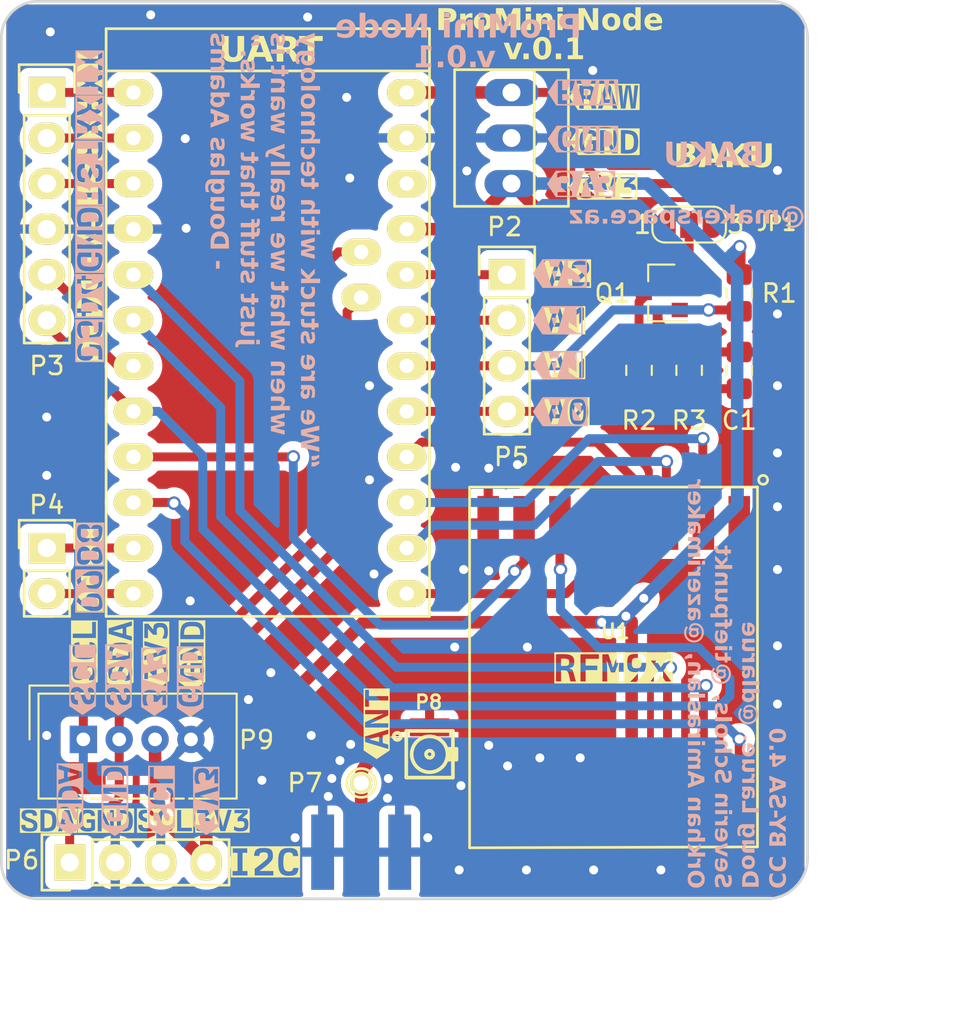
<source format=kicad_pcb>
(kicad_pcb (version 20240108) (generator "pcbnew") (generator_version "8.0")
  (layers (0 "F.Cu" signal) (31 "B.Cu" signal) (34 "B.Paste" user) (35 "F.Paste" user) (36 "B.SilkS" user "B.Silkscreen") (37 "F.SilkS" user "F.Silkscreen") (38 "B.Mask" user) (39 "F.Mask" user) (44 "Edge.Cuts" user))
  (net 0 "")
  (net 1 "GND")
  (net 2 "MISO")
  (net 3 "MOSI")
  (net 4 "CLK")
  (net 5 "D10")
  (net 6 "Net-(JP1-C)")
  (net 7 "D6")
  (net 8 "Net-(Q1-D)")
  (net 10 "+3V3")
  (net 11 "D4")
  (net 12 "D5")
  (net 13 "D7")
  (net 15 "Ant")
  (net 16 "TX0")
  (net 17 "RX1")
  (net 18 "RESET")
  (net 19 "D2")
  (net 20 "D3")
  (net 21 "D8")
  (net 22 "D9")
  (net 23 "A0")
  (net 24 "A1")
  (net 25 "A2")
  (net 26 "A3")
  (net 27 "SDA")
  (net 28 "SCL")
  (net 30 "VCC")
  (footprint "mysensors_connectors:SMA_EDGE" (layer "F.Cu") (at 161.036 149.352)
    (property "Reference" "P1" (hide yes))
    (property "Value" "Ant_SMA" (hide yes))
    (pad "1" smd rect (at 0 -1.8415) (size 1.27 3.683) (layers "F.Cu" "F.Paste" "F.Mask") (net 15 "Ant"))
    (pad "2" smd rect (at -2.1463 -2.0955) (size 1.27 4.191) (layers "F.Cu" "F.Paste" "F.Mask") (net 1 "GND"))
    (pad "2" smd rect (at -2.1463 -2.0955) (size 1.27 4.191) (layers "B.Cu" "B.Paste" "B.Mask") (net 1 "GND"))
    (pad "2" smd rect (at 2.1463 -2.0955) (size 1.27 4.191) (layers "F.Cu" "F.Paste" "F.Mask") (net 1 "GND"))
    (pad "2" smd rect (at 2.1463 -2.0955) (size 1.27 4.191) (layers "B.Cu" "B.Paste" "B.Mask") (net 1 "GND"))
  )
  (footprint "Connect:PINHEAD1-3" (layer "F.Cu") (at 169.418 107.442 -90)
    (property "Reference" "P2" (at 4.953 0.381 0) (layer "F.SilkS"))
    (property "Value" "Power Input")
    (pad "1" thru_hole oval (at -2.54 0 270) (size 1.50622 3.01498) (drill 0.99822) (layers "*.Cu" "*.Mask") (net 30 "VCC"))
    (pad "2" thru_hole oval (at 0 0 270) (size 1.50622 3.01498) (drill 0.99822) (layers "*.Cu" "*.Mask") (net 1 "GND"))
    (pad "3" thru_hole oval (at 2.54 0 270) (size 1.50622 3.01498) (drill 0.99822) (layers "*.Cu" "*.Mask") (net 10 "+3V3"))
  )
  (footprint "Pin_Headers:Pin_Header_Straight_1x06" (layer "F.Cu") (at 143.51 104.902)
    (property "Reference" "P3" (at 0 15.24 0) (layer "F.SilkS"))
    (property "Value" "CONN_1" (hide yes))
    (pad "1" thru_hole rect (at 0 0) (size 2.032 1.7272) (drill 1.016) (layers "*.Cu" "*.Mask" "F.SilkS") (net 16 "TX0"))
    (pad "2" thru_hole oval (at 0 2.54) (size 2.032 1.7272) (drill 1.016) (layers "*.Cu" "*.Mask" "F.SilkS") (net 17 "RX1"))
    (pad "3" thru_hole oval (at 0 5.08) (size 2.032 1.7272) (drill 1.016) (layers "*.Cu" "*.Mask" "F.SilkS") (net 18 "RESET"))
    (pad "4" thru_hole oval (at 0 7.62) (size 2.032 1.7272) (drill 1.016) (layers "*.Cu" "*.Mask" "F.SilkS") (net 1 "GND"))
    (pad "5" thru_hole oval (at 0 10.16) (size 2.032 1.7272) (drill 1.016) (layers "*.Cu" "*.Mask" "F.SilkS") (net 11 "D4"))
    (pad "6" thru_hole oval (at 0 12.7) (size 2.032 1.7272) (drill 1.016) (layers "*.Cu" "*.Mask" "F.SilkS") (net 12 "D5"))
  )
  (footprint "Pin_Headers:Pin_Header_Straight_1x02" (layer "F.Cu") (at 143.51 130.302)
    (property "Reference" "P4" (at -0.01 -2.402 0) (layer "F.SilkS"))
    (property "Value" "CONN_2" (hide yes))
    (pad "1" thru_hole rect (at 0 0) (size 2.032 1.7) (drill 1.016) (layers "*.Cu" "*.Mask" "F.SilkS") (net 21 "D8"))
    (pad "2" thru_hole oval (at 0 2.54) (size 2.032 1.7) (drill 1.016) (layers "*.Cu" "*.Mask" "F.SilkS") (net 22 "D9"))
  )
  (footprint "Pin_Headers:Pin_Header_Straight_1x04" (layer "F.Cu") (at 169.164 115.062)
    (property "Reference" "P5" (at 0.254 10.16 0) (layer "F.SilkS"))
    (property "Value" "CONN_3" (hide yes))
    (pad "1" thru_hole rect (at 0 0) (size 2.032 1.7272) (drill 1.016) (layers "*.Cu" "*.Mask" "F.SilkS") (net 26 "A3"))
    (pad "2" thru_hole oval (at 0 2.54) (size 2.032 1.7272) (drill 1.016) (layers "*.Cu" "*.Mask" "F.SilkS") (net 25 "A2"))
    (pad "3" thru_hole oval (at 0 5.08) (size 2.032 1.7272) (drill 1.016) (layers "*.Cu" "*.Mask" "F.SilkS") (net 24 "A1"))
    (pad "4" thru_hole oval (at 0 7.62) (size 2.032 1.7272) (drill 1.016) (layers "*.Cu" "*.Mask" "F.SilkS") (net 23 "A0"))
  )
  (footprint "Pin_Headers:Pin_Header_Straight_1x04" (layer "F.Cu") (at 144.78 147.828 90)
    (property "Reference" "P6" (at 0.128 -2.68 180) (layer "F.SilkS"))
    (property "Value" "CONN_4" (hide yes))
    (pad "1" thru_hole rect (at 0 0 90) (size 2.032 1.7272) (drill 1.016) (layers "*.Cu" "*.Mask" "F.SilkS") (net 27 "SDA"))
    (pad "2" thru_hole oval (at 0 2.54 90) (size 2.032 1.7272) (drill 1.016) (layers "*.Cu" "*.Mask" "F.SilkS") (net 1 "GND"))
    (pad "3" thru_hole oval (at 0 5.08 90) (size 2.032 1.7272) (drill 1.016) (layers "*.Cu" "*.Mask" "F.SilkS") (net 28 "SCL"))
    (pad "4" thru_hole oval (at 0 7.62 90) (size 2.032 1.7272) (drill 1.016) (layers "*.Cu" "*.Mask" "F.SilkS") (net 10 "+3V3"))
  )
  (footprint "mysensors_arduino:pro_mini-26" (layer "F.Cu") (at 155.956 118.872 -90)
    (property "Reference" "uP1" (hide yes))
    (property "Value" "ARDUPROMINI-6-2" (hide yes))
    (pad "1" thru_hole oval (at -13.97 7.62 270) (size 1.50114 2.19964) (drill 0.8001) (layers "*.Cu" "*.Mask" "F.SilkS") (net 16 "TX0"))
    (pad "2" thru_hole oval (at -11.43 7.62 270) (size 1.50114 2.19964) (drill 0.8001) (layers "*.Cu" "*.Mask" "F.SilkS") (net 17 "RX1"))
    (pad "3" thru_hole oval (at -8.89 7.62 270) (size 1.50114 2.19964) (drill 0.8001) (layers "*.Cu" "*.Mask" "F.SilkS") (net 18 "RESET"))
    (pad "4" thru_hole oval (at -6.35 7.62 270) (size 1.50114 2.19964) (drill 0.8001) (layers "*.Cu" "*.Mask" "F.SilkS") (net 1 "GND"))
    (pad "5" thru_hole oval (at -3.81 7.62 270) (size 1.50114 2.19964) (drill 0.8001) (layers "*.Cu" "*.Mask" "F.SilkS") (net 19 "D2"))
    (pad "6" thru_hole oval (at -1.27 7.62 270) (size 1.50114 2.19964) (drill 0.8001) (layers "*.Cu" "*.Mask" "F.SilkS") (net 20 "D3"))
    (pad "7" thru_hole oval (at 1.27 7.62 270) (size 1.50114 2.19964) (drill 0.8001) (layers "*.Cu" "*.Mask" "F.SilkS") (net 11 "D4"))
    (pad "8" thru_hole oval (at 3.81 7.62 270) (size 1.50114 2.19964) (drill 0.8001) (layers "*.Cu" "*.Mask" "F.SilkS") (net 12 "D5"))
    (pad "9" thru_hole oval (at 6.35 7.62 270) (size 1.50114 2.19964) (drill 0.8001) (layers "*.Cu" "*.Mask" "F.SilkS") (net 7 "D6"))
    (pad "10" thru_hole oval (at 8.89 7.62 270) (size 1.50114 2.19964) (drill 0.8001) (layers "*.Cu" "*.Mask" "F.SilkS") (net 13 "D7"))
    (pad "11" thru_hole oval (at 11.43 7.62 270) (size 1.50114 2.19964) (drill 0.8001) (layers "*.Cu" "*.Mask" "F.SilkS") (net 21 "D8"))
    (pad "12" thru_hole oval (at 13.97 7.62 270) (size 1.50114 2.19964) (drill 0.8001) (layers "*.Cu" "*.Mask" "F.SilkS") (net 22 "D9"))
    (pad "13" thru_hole oval (at 13.97 -7.62 270) (size 1.50114 2.19964) (drill 0.8001) (layers "*.Cu" "*.Mask" "F.SilkS") (net 5 "D10"))
    (pad "14" thru_hole oval (at 11.43 -7.62 270) (size 1.50114 2.19964) (drill 0.8001) (layers "*.Cu" "*.Mask" "F.SilkS") (net 3 "MOSI"))
    (pad "15" thru_hole oval (at 8.89 -7.62 270) (size 1.50114 2.19964) (drill 0.8001) (layers "*.Cu" "*.Mask" "F.SilkS") (net 2 "MISO"))
    (pad "16" thru_hole oval (at 6.35 -7.62 270) (size 1.50114 2.19964) (drill 0.8001) (layers "*.Cu" "*.Mask" "F.SilkS") (net 4 "CLK"))
    (pad "17" thru_hole oval (at 3.81 -7.62 270) (size 1.50114 2.19964) (drill 0.8001) (layers "*.Cu" "*.Mask" "F.SilkS") (net 23 "A0"))
    (pad "18" thru_hole oval (at 1.27 -7.62 270) (size 1.50114 2.19964) (drill 0.8001) (layers "*.Cu" "*.Mask" "F.SilkS") (net 24 "A1"))
    (pad "19" thru_hole oval (at -1.27 -7.62 270) (size 1.50114 2.19964) (drill 0.8001) (layers "*.Cu" "*.Mask" "F.SilkS") (net 25 "A2"))
    (pad "20" thru_hole oval (at -3.81 -7.62 270) (size 1.50114 2.19964) (drill 0.8001) (layers "*.Cu" "*.Mask" "F.SilkS") (net 26 "A3"))
    (pad "21" thru_hole oval (at -6.35 -7.62 270) (size 1.50114 2.19964) (drill 0.8001) (layers "*.Cu" "*.Mask" "F.SilkS") (net 10 "+3V3"))
    (pad "22" thru_hole oval (at -8.89 -7.62 270) (size 1.50114 2.19964) (drill 0.8001) (layers "*.Cu" "*.Mask" "F.SilkS"))
    (pad "23" thru_hole oval (at -11.43 -7.62 270) (size 1.50114 2.19964) (drill 0.8001) (layers "*.Cu" "*.Mask" "F.SilkS") (net 1 "GND"))
    (pad "24" thru_hole oval (at -13.97 -7.62 270) (size 1.50114 2.19964) (drill 0.8001) (layers "*.Cu" "*.Mask" "F.SilkS") (net 30 "VCC"))
    (pad "25" thru_hole oval (at -2.54 -5.08 270) (size 1.50114 2.19964) (drill 0.8001) (layers "*.Cu" "*.Mask" "F.SilkS") (net 27 "SDA"))
    (pad "26" thru_hole oval (at -5.08 -5.08 270) (size 1.50114 2.19964) (drill 0.8001) (layers "*.Cu" "*.Mask" "F.SilkS") (net 28 "SCL"))
  )
  (footprint "Connect:PINTST" (layer "F.Cu") (at 161.036 143.4 90)
    (property "Reference" "P7" (at 0 -3.136 180) (layer "F.SilkS"))
    (property "Value" "Ant")
    (pad "1" thru_hole circle (at 0 0 90) (size 1.253 1.253) (drill 0.85) (layers "*.Cu" "*.Mask" "F.SilkS") (net 15 "Ant"))
  )
  (footprint "antenna parts:U.FL-COAX" (layer "F.Cu") (at 164.85 141.8)
    (property "Reference" "P8" (at -0.05 -2.9 0) (layer "F.SilkS") (effects (font (size 0.762 0.762) (thickness 0.1524))))
    (property "Value" "Ant_uFL" (hide yes))
    (pad "1" smd rect (at -1.5 0) (size 1 1) (layers "F.Cu" "F.Paste" "F.Mask") (net 15 "Ant"))
    (pad "2" smd rect (at 0 -1.5) (size 2.2 1) (layers "F.Cu" "F.Paste" "F.Mask") (net 1 "GND"))
    (pad "3" smd rect (at 0 1.5) (size 2.2 1) (layers "F.Cu" "F.Paste" "F.Mask") (net 1 "GND"))
  )
  (footprint "Connector:NS-Tech_Grove_1x04_P2mm_Vertical" (layer "F.Cu") (at 145.542 140.97 90)
    (property "Reference" "P9" (at -0.03 9.658 180) (layer "F.SilkS"))
    (property "Value" "CONN_4" (hide yes))
    (pad "1" thru_hole rect (at 0 0 90) (size 1.524 1.524) (drill 0.762) (layers "*.Cu" "*.Mask") (net 28 "SCL"))
    (pad "2" thru_hole circle (at 0 2 90) (size 1.524 1.524) (drill 0.762) (layers "*.Cu" "*.Mask") (net 27 "SDA"))
    (pad "3" thru_hole circle (at 0 4 90) (size 1.524 1.524) (drill 0.762) (layers "*.Cu" "*.Mask") (net 10 "+3V3"))
    (pad "4" thru_hole circle (at 0 6 90) (size 1.524 1.524) (drill 0.762) (layers "*.Cu" "*.Mask") (net 1 "GND"))
  )
  (footprint "Capacitor_SMD:C_0805_2012Metric_Pad1.15x1.40mm_HandSolder" (layer "F.Cu") (at 182.118 120.396 90)
    (property "Reference" "C1" (at -2.794 0 180) (layer "F.SilkS"))
    (property "Value" "100nF" (hide yes))
    (pad "1" smd roundrect (at -1.025 0 90) (size 1.15 1.4) (layers "F.Cu" "F.Paste" "F.Mask") (roundrect_rratio 0.2173913043) (net 23 "A0"))
    (pad "2" smd roundrect (at 1.025 0 90) (size 1.15 1.4) (layers "F.Cu" "F.Paste" "F.Mask") (roundrect_rratio 0.2173913043) (net 1 "GND"))
  )
  (footprint "Jumper:SolderJumper-3_P1.3mm_Open_RoundedPad1.0x1.5mm_NumberLabels" (layer "F.Cu") (at 179.324 112.268)
    (property "Reference" "JP1" (at 4.876 -0.068 0) (layer "F.SilkS") (effects (font (size 0.8 0.8))))
    (property "Value" "Voltage Measurement" (hide yes))
    (fp_text user "3" (at 2.6 0 0) (layer "F.SilkS"))
    (fp_text user "1" (at -2.6 0 0) (layer "F.SilkS"))
    (pad "1" smd custom (at -1.3 0) (size 1 0.5) (layers "F.Cu" "F.Mask") (net 10 "+3V3") (options (clearance outline) (anchor rect)) (primitives (gr_circle (center 0 0.25) (end 0.5 0.25) (width 0) (fill yes)) (gr_circle (center 0 -0.25) (end 0.5 -0.25) (width 0) (fill yes)) (gr_poly (pts (xy 0.55 -0.75) (xy 0 -0.75) (xy 0 0.75) (xy 0.55 0.75)) (width 0) (fill yes))))
    (pad "2" smd rect (at 0 0) (size 1 1.5) (layers "F.Cu" "F.Mask") (net 6 "Net-(JP1-C)"))
    (pad "3" smd custom (at 1.3 0) (size 1 0.5) (layers "F.Cu" "F.Mask") (net 30 "VCC") (options (clearance outline) (anchor rect)) (primitives (gr_circle (center 0 0.25) (end 0.5 0.25) (width 0) (fill yes)) (gr_circle (center 0 -0.25) (end 0.5 -0.25) (width 0) (fill yes)) (gr_poly (pts (xy -0.55 -0.75) (xy 0 -0.75) (xy 0 0.75) (xy -0.55 0.75)) (width 0) (fill yes))))
  )
  (footprint "Package_TO_SOT_SMD:SOT-23" (layer "F.Cu") (at 177.8 116.078 180)
    (property "Reference" "Q1" (at 2.75 -0.022 180) (layer "F.SilkS"))
    (property "Value" "BSS84" (hide yes))
    (pad "1" smd rect (at -1 -0.95 180) (size 0.9 0.8) (layers "F.Cu" "F.Paste" "F.Mask") (net 24 "A1"))
    (pad "2" smd rect (at -1 0.95 180) (size 0.9 0.8) (layers "F.Cu" "F.Paste" "F.Mask") (net 6 "Net-(JP1-C)"))
    (pad "3" smd rect (at 1 0 180) (size 0.9 0.8) (layers "F.Cu" "F.Paste" "F.Mask") (net 8 "Net-(Q1-D)"))
  )
  (footprint "Resistor_SMD:R_0805_2012Metric_Pad1.15x1.40mm_HandSolder" (layer "F.Cu") (at 182.118 116.078 -90)
    (property "Reference" "R1" (at 0.022 -2.232 0) (layer "F.SilkS"))
    (property "Value" "100K" (hide yes))
    (pad "1" smd roundrect (at -1.025 0 270) (size 1.15 1.4) (layers "F.Cu" "F.Paste" "F.Mask") (roundrect_rratio 0.2173913043) (net 10 "+3V3"))
    (pad "2" smd roundrect (at 1.025 0 270) (size 1.15 1.4) (layers "F.Cu" "F.Paste" "F.Mask") (roundrect_rratio 0.2173913043) (net 24 "A1"))
  )
  (footprint "Resistor_SMD:R_0805_2012Metric_Pad1.15x1.40mm_HandSolder" (layer "F.Cu") (at 179.324 120.396 90)
    (property "Reference" "R3" (at -2.794 0 180) (layer "F.SilkS"))
    (property "Value" "100K" (hide yes))
    (pad "1" smd roundrect (at -1.025 0 90) (size 1.15 1.4) (layers "F.Cu" "F.Paste" "F.Mask") (roundrect_rratio 0.2173913043) (net 23 "A0"))
    (pad "2" smd roundrect (at 1.025 0 90) (size 1.15 1.4) (layers "F.Cu" "F.Paste" "F.Mask") (roundrect_rratio 0.2173913043) (net 1 "GND"))
  )
  (footprint "Resistor_SMD:R_0805_2012Metric_Pad1.15x1.40mm_HandSolder" (layer "F.Cu") (at 176.53 120.396 -90)
    (property "Reference" "R2" (at 2.794 0 0) (layer "F.SilkS"))
    (property "Value" "470K" (hide yes))
    (pad "1" smd roundrect (at -1.025 0 270) (size 1.15 1.4) (layers "F.Cu" "F.Paste" "F.Mask") (roundrect_rratio 0.2173913043) (net 8 "Net-(Q1-D)"))
    (pad "2" smd roundrect (at 1.025 0 270) (size 1.15 1.4) (layers "F.Cu" "F.Paste" "F.Mask") (roundrect_rratio 0.2173913043) (net 23 "A0"))
  )
  (footprint "mysensors_radios:RFM69HW_SMD_Handsoldering-Narrow" (layer "F.Cu") (at 182.118 130.302 -90)
    (property "Reference" "U1" (at 4.648 6.918 360) (layer "F.SilkS") (effects (font (size 0.8 0.8) (thickness 0.16))))
    (property "Value" "RFM95HW" (hide yes))
    (pad "1" smd rect (at -1.4 0 270) (size 3 1.2) (layers "F.Cu" "F.Paste" "F.Mask") (net 1 "GND"))
    (pad "2" smd rect (at -1.4 2 270) (size 3 1.2) (layers "F.Cu" "F.Paste" "F.Mask") (net 2 "MISO"))
    (pad "3" smd rect (at -1.4 4 270) (size 3 1.2) (layers "F.Cu" "F.Paste" "F.Mask") (net 3 "MOSI"))
    (pad "4" smd rect (at -1.4 6 270) (size 3 1.2) (layers "F.Cu" "F.Paste" "F.Mask") (net 4 "CLK"))
    (pad "5" smd rect (at -1.4 8 270) (size 3 1.2) (layers "F.Cu" "F.Paste" "F.Mask") (net 5 "D10"))
    (pad "6" smd rect (at -1.4 10 270) (size 3 1.2) (layers "F.Cu" "F.Paste" "F.Mask") (net 12 "D5"))
    (pad "7" smd rect (at -1.4 12 270) (size 3 1.2) (layers "F.Cu" "F.Paste" "F.Mask") (net 7 "D6"))
    (pad "8" smd rect (at -1.4 14 270) (size 3 1.2) (layers "F.Cu" "F.Paste" "F.Mask") (net 1 "GND"))
    (pad "9" smd rect (at 14.6932 14 270) (size 3 1.2) (layers "F.Cu" "F.Paste" "F.Mask") (net 15 "Ant"))
    (pad "10" smd rect (at 14.6932 12 270) (size 3 1.2) (layers "F.Cu" "F.Paste" "F.Mask") (net 1 "GND"))
    (pad "11" smd rect (at 14.6932 10 270) (size 3 1.2) (layers "F.Cu" "F.Paste" "F.Mask"))
    (pad "12" smd rect (at 14.6932 8 270) (size 3 1.2) (layers "F.Cu" "F.Paste" "F.Mask"))
    (pad "13" smd rect (at 14.6932 6 270) (size 3 1.2) (layers "F.Cu" "F.Paste" "F.Mask") (net 10 "+3V3"))
    (pad "14" smd rect (at 14.6932 4 270) (size 3 1.2) (layers "F.Cu" "F.Paste" "F.Mask") (net 19 "D2"))
    (pad "15" smd rect (at 14.6932 2 270) (size 3 1.2) (layers "F.Cu" "F.Paste" "F.Mask") (net 20 "D3"))
    (pad "16" smd rect (at 14.6932 0 270) (size 3 1.2) (layers "F.Cu" "F.Paste" "F.Mask") (net 13 "D7"))
  )
  (footprint "kibuzzard-65F177D8" (layer "F.Cu") (at 146.8 145.5)
    (property "Reference" "kibuzzard-65F177D8" (hide yes))
    (property "Value" "G***" (hide yes))
  )
  (footprint "kibuzzard-65F1798D" (layer "F.Cu") (at 145.9 109.4 -90)
    (property "Reference" "kibuzzard-65F1798D" (hide yes))
    (property "Value" "G***" (hide yes))
  )
  (footprint "kibuzzard-65F179D4" (layer "F.Cu") (at 145.9 132.7 -90)
    (property "Reference" "kibuzzard-65F179D4" (hide yes))
    (property "Value" "G***" (hide yes))
  )
  (footprint "kibuzzard-65F17AF2" (layer "F.Cu") (at 161.9 140.1 90)
    (property "Reference" "kibuzzard-65F17AF2" (hide yes))
    (property "Value" "G***" (hide yes))
  )
  (footprint "kibuzzard-65F1790B" (layer "F.Cu") (at 172.15 120.1)
    (property "Reference" "kibuzzard-65F1790B" (hide yes))
    (property "Value" "G***" (hide yes))
  )
  (footprint "kibuzzard-65F17750" (layer "F.Cu") (at 147.6 136.3 90)
    (property "Reference" "kibuzzard-65F17750" (hide yes))
    (property "Value" "G***" (hide yes))
  )
  (footprint "kibuzzard-65F19064" (layer "F.Cu") (at 145.9 118.75 -90)
    (property "Reference" "kibuzzard-65F19064" (hide yes))
    (property "Value" "G***" (hide yes))
  )
  (footprint "kibuzzard-65F179F3" (layer "F.Cu") (at 175.1076 136.9822)
    (property "Reference" "kibuzzard-65F179F3" (hide yes))
    (property "Value" "G***" (hide yes))
  )
  (footprint "kibuzzard-65F179CC" (layer "F.Cu") (at 145.9 130.1 -90)
    (property "Reference" "kibuzzard-65F179CC" (hide yes))
    (property "Value" "G***" (hide yes))
  )
  (footprint "kibuzzard-65F17986" (layer "F.Cu") (at 145.9 106.3 -90)
    (property "Reference" "kibuzzard-65F17986" (hide yes))
    (property "Value" "G***" (hide yes))
  )
  (footprint "kibuzzard-65F17742" (layer "F.Cu") (at 151.6 136.3 90)
    (property "Reference" "kibuzzard-65F17742" (hide yes))
    (property "Value" "G***" (hide yes))
  )
  (footprint "kibuzzard-65F1795B" (layer "F.Cu") (at 145.9 113.1 -90)
    (property "Reference" "kibuzzard-65F1795B" (hide yes))
    (property "Value" "G***" (hide yes))
  )
  (footprint "kibuzzard-65F177CA" (layer "F.Cu") (at 155.7 147.8)
    (property "Reference" "kibuzzard-65F177CA" (hide yes))
    (property "Value" "G***" (hide yes))
  )
  (footprint "kibuzzard-65F17904" (layer "F.Cu") (at 172.15 117.6)
    (property "Reference" "kibuzzard-65F17904" (hide yes))
    (property "Value" "G***" (hide yes))
  )
  (footprint "kibuzzard-65F17749" (layer "F.Cu") (at 149.6 136.3 90)
    (property "Reference" "kibuzzard-65F17749" (hide yes))
    (property "Value" "G***" (hide yes))
  )
  (footprint "kibuzzard-65F18E88" (layer "F.Cu") (at 174.6 107.65)
    (property "Reference" "kibuzzard-65F18E88" (hide yes))
    (property "Value" "G***" (hide yes))
  )
  (footprint "kibuzzard-65F17769" (layer "F.Cu") (at 150.1 145.5)
    (property "Reference" "kibuzzard-65F17769" (hide yes))
    (property "Value" "G***" (hide yes))
  )
  (footprint "kibuzzard-65F17718" (layer "F.Cu") (at 145.6 136.3 90)
    (property "Reference" "kibuzzard-65F17718" (hide yes))
    (property "Value" "G***" (hide yes))
  )
  (footprint "kibuzzard-65F17980" (layer "F.Cu") (at 145.9 103.8 -90)
    (property "Reference" "kibuzzard-65F17980" (hide yes))
    (property "Value" "G***" (hide yes))
  )
  (footprint "kibuzzard-65F1905D" (layer "F.Cu") (at 145.9 116.25 -90)
    (property "Reference" "kibuzzard-65F1905D" (hide yes))
    (property "Value" "G***" (hide yes))
  )
  (footprint "kibuzzard-65F177EF" (layer "F.Cu") (at 153.3 145.5)
    (property "Reference" "kibuzzard-65F177EF" (hide yes))
    (property "Value" "G***" (hide yes))
  )
  (footprint "kibuzzard-65F18E79" (layer "F.Cu") (at 174.598095 105.15)
    (property "Reference" "kibuzzard-65F18E79" (hide yes))
    (property "Value" "G***" (hide yes))
  )
  (footprint "kibuzzard-65F178FE" (layer "F.Cu") (at 172.35 115)
    (property "Reference" "kibuzzard-65F178FE" (hide yes))
    (property "Value" "G***" (hide yes))
  )
  (footprint "kibuzzard-65F17BC9" (layer "F.Cu") (at 143.6 145.5)
    (property "Reference" "kibuzzard-65F17BC9" (hide yes))
    (property "Value" "G***" (hide yes))
  )
  (footprint "kibuzzard-65F17911" (layer "F.Cu") (at 172.25 122.7)
    (property "Reference" "kibuzzard-65F17911" (hide yes))
    (property "Value" "G***" (hide yes))
  )
  (footprint "kibuzzard-65F18E91" (layer "F.Cu") (at 174.53777 110.15)
    (property "Reference" "kibuzzard-65F18E91" (hide yes))
    (property "Value" "G***" (hide yes))
  )
  (footprint "kibuzzard-65F17980" (layer "B.Cu") (at 145.9 103.8 90)
    (property "Reference" "kibuzzard-65F17980" (hide yes))
    (property "Value" "G***" (hide yes))
  )
  (footprint "kibuzzard-65F17986" (layer "B.Cu") (at 145.9 106.3 90)
    (property "Reference" "kibuzzard-65F17986" (hide yes))
    (property "Value" "G***" (hide yes))
  )
  (footprint "kibuzzard-65F17749" (layer "B.Cu") (at 152.4 144.4 90)
    (property "Reference" "kibuzzard-65F17749" (hide yes))
    (property "Value" "G***" (hide yes))
  )
  (footprint "kibuzzard-65F18E91" (layer "B.Cu") (at 173.3 110)
    (property "Reference" "kibuzzard-65F18E91" (hide yes))
    (property "Value" "G***" (hide yes))
  )
  (footprint "kibuzzard-65F1790B" (layer "B.Cu") (at 172 120.1)
    (property "Reference" "kibuzzard-65F1790B" (hide yes))
    (property "Value" "G***" (hide yes))
  )
  (footprint "kibuzzard-65F17742" (layer "B.Cu") (at 151.5 137.75 90)
    (property "Reference" "kibuzzard-65F17742" (hide yes))
    (property "Value" "G***" (hide yes))
  )
  (footprint "kibuzzard-65F1795B" (layer "B.Cu") (at 145.9 113.1 90)
    (property "Reference" "kibuzzard-65F1795B" (hide yes))
    (property "Value" "G***" (hide yes))
  )
  (footprint "kibuzzard-65F17718" (layer "B.Cu") (at 149.9 144.4 90)
    (property "Reference" "kibuzzard-65F17718" (hide yes))
    (property "Value" "G***" (hide yes))
  )
  (footprint "kibuzzard-65F19064" (layer "B.Cu") (at 145.9 118.75 90)
    (property "Reference" "kibuzzard-65F19064" (hide yes))
    (property "Value" "G***" (hide yes))
  )
  (footprint "kibuzzard-65F17718" (layer "B.Cu") (at 145.5 137.65 90)
    (property "Reference" "kibuzzard-65F17718" (hide yes))
    (property "Value" "G***" (hide yes))
  )
  (footprint "kibuzzard-65F17750" (layer "B.Cu") (at 147.5 137.65 90)
    (property "Reference" "kibuzzard-65F17750" (hide yes))
    (property "Value" "G***" (hide yes))
  )
  (footprint "kibuzzard-65F179D4" (layer "B.Cu") (at 145.9 132.7 90)
    (property "Reference" "kibuzzard-65F179D4" (hide yes))
    (property "Value" "G***" (hide yes))
  )
  (footprint "kibuzzard-65F17742" (layer "B.Cu") (at 147.3 144.4 90)
    (property "Reference" "kibuzzard-65F17742" (hide yes))
    (property "Value" "G***" (hide yes))
  )
  (footprint "kibuzzard-65F178FE" (layer "B.Cu") (at 172.116946 115)
    (property "Reference" "kibuzzard-65F178FE" (hide yes))
    (property "Value" "G***" (hide yes))
  )
  (footprint "kibuzzard-65F17904" (layer "B.Cu") (at 172 117.6)
    (property "Reference" "kibuzzard-65F17904" (hide yes))
    (property "Value" "G***" (hide yes))
  )
  (footprint "kibuzzard-65F179CC" (layer "B.Cu") (at 145.9 130.1 90)
    (property "Reference" "kibuzzard-65F179CC" (hide yes))
    (property "Value" "G***" (hide yes))
  )
  (footprint "kibuzzard-65F1905D" (layer "B.Cu") (at 145.9 116.25 90)
    (property "Reference" "kibuzzard-65F1905D" (hide yes))
    (property "Value" "G***" (hide yes))
  )
  (footprint "kibuzzard-65F1798D" (layer "B.Cu") (at 145.9 109.4 90)
    (property "Reference" "kibuzzard-65F1798D" (hide yes))
    (property "Value" "G***" (hide yes))
  )
  (footprint "kibuzzard-65F17749" (layer "B.Cu") (at 149.5 137.75 90)
    (property "Reference" "kibuzzard-65F17749" (hide yes))
    (property "Value" "G***" (hide yes))
  )
  (footprint "kibuzzard-65F18E79" (layer "B.Cu") (at 173.4 104.9)
    (property "Reference" "kibuzzard-65F18E79" (hide yes))
    (property "Value" "G***" (hide yes))
  )
  (footprint "kibuzzard-65F17750" (layer "B.Cu") (at 144.8 144.3 90)
    (property "Reference" "kibuzzard-65F17750" (hide yes))
    (property "Value" "G***" (hide yes))
  )
  (footprint "kibuzzard-65F17911" (layer "B.Cu") (at 172.134832 122.7)
    (property "Reference" "kibuzzard-65F17911" (hide yes))
    (property "Value" "G***" (hide yes))
  )
  (footprint "kibuzzard-65F18E88" (layer "B.Cu") (at 173.4 107.5)
    (property "Reference" "kibuzzard-65F18E88" (hide yes))
    (property "Value" "G***" (hide yes))
  )
  (gr_line (start 146.9 103.7) (end 164.8 103.7) (stroke (width 0.15)) (layer "F.SilkS"))
  (gr_circle (center 183.45 126.5) (end 183.65 126.65) (stroke (width 0.15)) (fill none) (layer "F.SilkS"))
  (gr_arc (start 143.002 149.86) (mid 141.565159 149.264841) (end 140.97 147.828) (stroke (width 0.15)) (layer "Edge.Cuts"))
  (gr_line (start 143.002 149.86) (end 183.642 149.86) (stroke (width 0.15)) (layer "Edge.Cuts"))
  (gr_arc (start 185.928 147.574) (mid 185.258446 149.190446) (end 183.642 149.86) (stroke (width 0.15)) (layer "Edge.Cuts"))
  (gr_line (start 185.928 101.854) (end 185.928 147.574) (stroke (width 0.15)) (layer "Edge.Cuts"))
  (gr_line (start 143.002 99.822) (end 183.896 99.822) (stroke (width 0.15)) (layer "Edge.Cuts"))
  (gr_arc (start 140.97 101.854) (mid 141.565159 100.417159) (end 143.002 99.822) (stroke (width 0.15)) (layer "Edge.Cuts"))
  (gr_line (start 140.97 147.828) (end 140.97 101.854) (stroke (width 0.15)) (layer "Edge.Cuts"))
  (gr_arc (start 183.896 99.822) (mid 185.332841 100.417159) (end 185.928 101.854) (stroke (width 0.15)) (layer "Edge.Cuts"))
  (gr_text "“We are stuck with technology\nwhen what we really want is\njust stuff that works.”\n- Douglas Adams" (at 155.575 101.55 270) (layer "B.SilkS") (effects (font (size 1 1) (thickness 0.2) (bold yes)) (justify right mirror)))
  (gr_text "@makerspace.az" (at 179.2 111.8 0) (layer "B.SilkS") (effects (font (size 1 1) (thickness 0.2) (bold yes)) (justify mirror)))
  (gr_text "BAKU" (at 177.884107 108.426634 0) (layer "B.SilkS") (effects (font (size 1.3 1.3) (thickness 0.325) (bold yes)) (justify right mirror)))
  (gr_text " v.0.1" (at 166.55 103 0) (layer "B.SilkS") (effects (font (size 1.2 1.2) (thickness 0.3) (bold yes)) (justify mirror)))
  (gr_text "ProMini Node" (at 166.45 101.3 0) (layer "B.SilkS") (effects (font (size 1.3 1.3) (thickness 0.325) (bold yes)) (justify mirror)))
  (gr_text "CC BY-SA 4.0\nDoug Larue, @dlarue\nSeverin Schols, @tiefpunkt\nOrkhan Amiraslan, @azerimaker" (at 181.9 149.3 -90) (layer "B.SilkS") (effects (font (size 0.9 0.9) (thickness 0.2) (bold yes)) (justify left mirror)))
  (gr_text "UART" (at 156 102.6 0) (layer "F.SilkS") (effects (font (size 1.4 1.4) (thickness 0.35) (bold yes))))
  (gr_text "ProMini Node" (at 177.9 100.925 0) (layer "F.SilkS") (effects (font (size 1.2 1.2) (thickness 0.3) (bold yes)) (justify right)))
  (gr_text "v.0.1" (at 173.525 102.55 0) (layer "F.SilkS") (effects (font (size 1.2 1.2) (thickness 0.3) (bold yes)) (justify right)))
  (gr_text "BAKU" (at 184.1 108.525 0) (layer "F.SilkS") (effects (font (size 1.3 1.3) (thickness 0.325) (bold yes)) (justify right)))
  (segment (start 168.118 125.882) (end 168.15 125.85) (width 0.5) (layer "F.Cu") (net 1))
  (segment (start 168.118 128.902) (end 168.118 125.882) (width 0.5) (layer "F.Cu") (net 1))
  (segment (start 168.118 128.902) (end 168.118 131.542) (width 0.5) (layer "F.Cu") (net 1))
  (via (at 160.4 109.675) (size 0.75) (drill 0.5) (layers "F.Cu" "B.Cu") (net 1))
  (via (at 173.25 142) (size 0.75) (drill 0.5) (layers "F.Cu" "B.Cu") (net 1))
  (via (at 158.25 140.75) (size 0.75) (drill 0.5) (layers "F.Cu" "B.Cu") (net 1))
  (via (at 158.05 100.7) (size 0.75) (drill 0.5) (layers "F.Cu" "B.Cu") (net 1))
  (via (at 160.225 105.175) (size 0.75) (drill 0.5) (layers "F.Cu" "B.Cu") (net 1))
  (via (at 162.55 143.15) (size 0.75) (drill 0.5) (layers "F.Cu" "B.Cu") (net 1))
  (via (at 184.25 125) (size 0.75) (drill 0.5) (layers "F.Cu" "B.Cu") (net 1))
  (via (at 166.925 109.275) (size 0.75) (drill 0.5) (layers "F.Cu" "B.Cu") (net 1))
  (via (at 166.75 131.5) (size 0.75) (drill 0.5) (layers "F.Cu" "B.Cu") (net 1))
  (via (at 143.5 123) (size 0.75) (drill 0.5) (layers "F.Cu" "B.Cu") (net 1))
  (via (at 143.5 126.25) (size 0.75) (drill 0.5) (layers "F.Cu" "B.Cu") (net 1))
  (via (at 184.25 121.25) (size 0.75) (drill 0.5) (layers "F.Cu" "B.Cu") (net 1))
  (via (at 160.45 141.25) (size 0.75) (drill 0.5) (layers "F.Cu" "B.Cu") (net 1))
  (via (at 154.75 138.75) (size 0.75) (drill 0.5) (layers "F.Cu" "B.Cu") (net 1))
  (via (at 166.25 135.825) (size 0.75) (drill 0.5) (layers "F.Cu" "B.Cu") (net 1))
  (via (at 171 142) (size 0.75) (drill 0.5) (layers "F.Cu" "B.Cu") (net 1))
  (via (at 164.75 146.45) (size 0.75) (drill 0.5) (layers "F.Cu" "B.Cu") (net 1))
  (via (at 143.7 101.525) (size 0.75) (drill 0.5) (layers "F.Cu" "B.Cu") (net 1))
  (via (at 168.15 125.85) (size 0.75) (drill 0.5) (layers "F.Cu" "B.Cu") (net 1))
  (via (at 155.5 143.25) (size 0.75) (drill 0.5) (layers "F.Cu" "B.Cu") (net 1))
  (via (at 184.25 131.5) (size 0.75) (drill 0.5) (layers "F.Cu" "B.Cu") (net 1))
  (via (at 161.5 126.5) (size 0.75) (drill 0.5) (layers "F.Cu" "B.Cu") (net 1))
  (via (at 184.25 135.75) (size 0.75) (drill 0.5) (layers "F.Cu" "B.Cu") (net 1))
  (via (at 166.6 143.55) (size 0.75) (drill 0.5) (layers "F.Cu" "B.Cu") (net 1))
  (via (at 166.3 125.8) (size 0.75) (drill 0.5) (layers "F.Cu" "B.Cu") (net 1))
  (via (at 162.5 144.25) (size 0.75) (drill 0.5) (layers "F.Cu" "B.Cu") (net 1))
  (via (at 161.75 131.75) (size 0.75) (drill 0.5) (layers "F.Cu" "B.Cu") (net 1))
  (via (at 169.75 125.65) (size 0.75) (drill 0.5) (layers "F.Cu" "B.Cu") (net 1))
  (via (at 170.25 148.25) (size 0.75) (drill 0.5) (layers "F.Cu" "B.Cu") (net 1))
  (via (at 168.15 141.3) (size 0.75) (drill 0.5) (layers "F.Cu" "B.Cu") (net 1))
  (via (at 159.2 144.15) (size 0.75) (drill 0.5) (layers "F.Cu" "B.Cu") (net 1))
  (via (at 184.25 128) (size 0.75) (drill 0.5) (layers "F.Cu" "B.Cu") (net 1))
  (via (at 184.25 139) (size 0.75) (drill 0.5) (layers "F.Cu" "B.Cu") (net 1))
  (via (at 159.4 143.15) (size 0.75) (drill 0.5) (layers "F.Cu" "B.Cu") (net 1))
  (via (at 166.5 148.25) (size 0.75) (drill 0.5) (layers "F.Cu" "B.Cu") (net 1))
  (via (at 169.2 142.45) (size 0.75) (drill 0.5) (layers "F.Cu" "B.Cu") (net 1))
  (via (at 156 137.25) (size 0.75) (drill 0.5) (layers "F.Cu" "B.Cu") (net 1))
  (via (at 143.5 140.75) (size 0.75) (drill 0.5) (layers "F.Cu" "B.Cu") (net 1))
  (via (at 168.148 131.572) (size 0.75) (drill 0.5) (layers "F.Cu" "B.Cu") (net 1))
  (via (at 170.3 135.825) (size 0.75) (drill 0.5) (layers "F.Cu" "B.Cu") (net 1))
  (via (at 184.25 117.25) (size 0.75) (drill 0.5) (layers "F.Cu" "B.Cu") (net 1))
  (via (at 173.95 103.675) (size 0.75) (drill 0.5) (layers "F.Cu" "B.Cu") (net 1))
  (via (at 159.85 142.15) (size 0.75) (drill 0.5) (layers "F.Cu" "B.Cu") (net 1))
  (via (at 184.25 109.25) (size 0.75) (drill 0.5) (layers "F.Cu" "B.Cu") (net 1))
  (via (at 177.75 148.25) (size 0.75) (drill 0.5) (layers "F.Cu" "B.Cu") (net 1))
  (via (at 151.5 133.25) (size 0.75) (drill 0.5) (layers "F.Cu" "B.Cu") (net 1))
  (via (at 151.225 107.475) (size 0.75) (drill 0.5) (layers "F.Cu" "B.Cu") (net 1))
  (via (at 149.3 100.575) (size 0.75) (drill 0.5) (layers "F.Cu" "B.Cu") (net 1))
  (via (at 151.275 112.475) (size 0.75) (drill 0.5) (layers "F.Cu" "B.Cu") (net 1))
  (via (at 157.35 146.45) (size 0.75) (drill 0.5) (layers "F.Cu" "B.Cu") (net 1))
  (via (at 174 148.25) (size 0.75) (drill 0.5) (layers "F.Cu" "B.Cu") (net 1))
  (via (at 161.5 121.25) (size 0.75) (drill 0.5) (layers "F.Cu" "B.Cu") (net 1))
  (segment (start 180.086 124.206) (end 180.086 128.87) (width 0.5) (layer "F.Cu") (net 2))
  (segment (start 180.086 128.87) (end 180.118 128.902) (width 0.5) (layer "F.Cu") (net 2))
  (via (at 180.086 124.206) (size 0.75) (drill 0.5) (layers "F.Cu" "B.Cu") (net 2))
  (segment (start 165.862 127.762) (end 163.576 127.762) (width 0.5) (layer "B.Cu") (net 2))
  (segment (start 165.862 127.762) (end 170.18 127.762) (width 0.5) (layer "B.Cu") (net 2))
  (segment (start 170.18 127.762) (end 173.736 124.206) (width 0.5) (layer "B.Cu") (net 2))
  (segment (start 180.086 124.206) (end 173.736 124.206) (width 0.5) (layer "B.Cu") (net 2))
  (segment (start 178.054 125.476) (end 178.054 128.838) (width 0.5) (layer "F.Cu") (net 3))
  (segment (start 178.054 128.838) (end 178.118 128.902) (width 0.5) (layer "F.Cu") (net 3))
  (via (at 178.054 125.476) (size 0.75) (drill 0.5) (layers "F.Cu" "B.Cu") (net 3))
  (segment (start 163.798 130.302) (end 165.068 129.032) (width 0.5) (layer "B.Cu") (net 3))
  (segment (start 174.244 125.476) (end 178.054 125.476) (width 0.5) (layer "B.Cu") (net 3))
  (segment (start 165.068 129.032) (end 170.688 129.032) (width 0.5) (layer "B.Cu") (net 3))
  (segment (start 170.688 129.032) (end 174.244 125.476) (width 0.5) (layer "B.Cu") (net 3))
  (segment (start 163.576 130.302) (end 163.798 130.302) (width 0.5) (layer "B.Cu") (net 3))
  (segment (start 163.576 125.222) (end 164.398 124.4) (width 0.5) (layer "F.Cu") (net 4))
  (segment (start 164.398 124.4) (end 174.184 124.4) (width 0.5) (layer "F.Cu") (net 4))
  (segment (start 176.118 126.334) (end 176.118 128.902) (width 0.5) (layer "F.Cu") (net 4))
  (segment (start 174.184 124.4) (end 176.118 126.334) (width 0.5) (layer "F.Cu") (net 4))
  (segment (start 172.466 132.842) (end 173.99 131.318) (width 0.5) (layer "F.Cu") (net 5))
  (segment (start 173.99 131.318) (end 173.99 129.03) (width 0.5) (layer "F.Cu") (net 5))
  (segment (start 173.99 129.03) (end 174.118 128.902) (width 0.5) (layer "F.Cu") (net 5))
  (segment (start 163.576 132.842) (end 172.466 132.842) (width 0.5) (layer "F.Cu") (net 5))
  (segment (start 179.324 112.268) (end 179.324 114.604) (width 0.5) (layer "F.Cu") (net 6))
  (segment (start 179.324 114.604) (end 178.8 115.128) (width 0.5) (layer "F.Cu") (net 6))
  (segment (start 170.118 128.902) (end 170.118 131.082) (width 0.5) (layer "F.Cu") (net 7))
  (segment (start 170.118 131.082) (end 169.6 131.6) (width 0.5) (layer "F.Cu") (net 7))
  (segment (start 148.336 125.222) (end 157.25 125.222) (width 0.5) (layer "F.Cu") (net 7))
  (via (at 169.6 131.6) (size 0.75) (drill 0.5) (layers "F.Cu" "B.Cu") (net 7))
  (via (at 157.25 125.222) (size 0.75) (drill 0.5) (layers "F.Cu" "B.Cu") (net 7))
  (segment (start 169.6 131.8) (end 169.6 131.6) (width 0.5) (layer "B.Cu") (net 7))
  (segment (start 157.25 129.75) (end 162.1 134.6) (width 0.5) (layer "B.Cu") (net 7))
  (segment (start 162.1 134.6) (end 166.8 134.6) (width 0.5) (layer "B.Cu") (net 7))
  (segment (start 157.25 125.222) (end 157.25 129.75) (width 0.5) (layer "B.Cu") (net 7))
  (segment (start 166.8 134.6) (end 169.6 131.8) (width 0.5) (layer "B.Cu") (net 7))
  (segment (start 176.8 116.316) (end 176.53 116.586) (width 0.5) (layer "F.Cu") (net 8))
  (segment (start 176.53 116.586) (end 176.53 119.371) (width 0.5) (layer "F.Cu") (net 8))
  (segment (start 176.8 116.078) (end 176.8 116.316) (width 0.5) (layer "F.Cu") (net 8))
  (segment (start 176.795493 133.1045) (end 176.795493 133.104507) (width 0.7) (layer "F.Cu") (net 10))
  (segment (start 149.542 140.97) (end 149.542 144.934204) (width 0.7) (layer "F.Cu") (net 10))
  (segment (start 149.542 144.934204) (end 152.4 147.792204) (width 0.7) (layer "F.Cu") (net 10))
  (segment (start 152.4 147.792204) (end 152.4 147.828) (width 0.7) (layer "F.Cu") (net 10))
  (segment (start 161.157438 134.442562) (end 174.45 134.442562) (width 0.7) (layer "F.Cu") (net 10))
  (segment (start 176.795493 133.104507) (end 175.8 134.1) (width 0.7) (layer "F.Cu") (net 10))
  (segment (start 171.704 112.268) (end 177.974 112.268) (width 0.7) (layer "F.Cu") (net 10))
  (segment (start 152.4 147.828) (end 152.4 143.2) (width 0.7) (layer "F.Cu") (net 10))
  (segment (start 166.878 112.522) (end 169.418 109.982) (width 0.7) (layer "F.Cu") (net 10))
  (segment (start 182.118 115.053) (end 182.118 113.532) (width 0.7) (layer "F.Cu") (net 10))
  (segment (start 182.118 113.532) (end 182.15 113.5) (width 0.7) (layer "F.Cu") (net 10))
  (segment (start 176.118 134.418) (end 175.8 134.1) (width 0.7) (layer "F.Cu") (net 10))
  (segment (start 152.4 143.2) (end 161.157438 134.442562) (width 0.7) (layer "F.Cu") (net 10))
  (segment (start 175.457438 134.442562) (end 174.45 134.442562) (width 0.7) (layer "F.Cu") (net 10))
  (segment (start 163.576 112.522) (end 166.878 112.522) (width 0.7) (layer "F.Cu") (net 10))
  (segment (start 169.418 109.982) (end 171.704 112.268) (width 0.7) (layer "F.Cu") (net 10))
  (segment (start 176.795493 133.104507) (end 175.457438 134.442562) (width 0.7) (layer "F.Cu") (net 10))
  (segment (start 176.118 144.9952) (end 176.118 134.418) (width 0.7) (layer "F.Cu") (net 10))
  (via (at 175.8 134.1) (size 0.75) (drill 0.5) (layers "F.Cu" "B.Cu") (net 10))
  (via (at 174.45 134.442562) (size 0.75) (drill 0.5) (layers "F.Cu" "B.Cu") (net 10))
  (via (at 176.795493 133.1045) (size 0.75) (drill 0.5) (layers "F.Cu" "B.Cu") (net 10))
  (via (at 182.15 113.5) (size 0.75) (drill 0.5) (layers "F.Cu" "B.Cu") (net 10))
  (segment (start 181.225 114.225) (end 182 115) (width 0.7) (layer "B.Cu") (net 10))
  (segment (start 176.7955 133.1045) (end 176.795493 133.1045) (width 0.7) (layer "B.Cu") (net 10))
  (segment (start 176.795493 133.104507) (end 176.795493 133.1045) (width 0.7) (layer "B.Cu") (net 10))
  (segment (start 181.425 114.225) (end 181.225 114.225) (width 0.7) (layer "B.Cu") (net 10))
  (segment (start 174.45 134.442562) (end 175.457438 134.442562) (width 0.7) (layer "B.Cu") (net 10))
  (segment (start 182.15 113.5) (end 181.425 114.225) (width 0.7) (layer "B.Cu") (net 10))
  (segment (start 182 127.9) (end 176.7955 133.1045) (width 0.7) (layer "B.Cu") (net 10))
  (segment (start 175.475 134.425) (end 176.795493 133.104507) (width 0.7) (layer "B.Cu") (net 10))
  (segment (start 181.225 114.225) (end 176.982 109.982) (width 0.7) (layer "B.Cu") (net 10))
  (segment (start 176.982 109.982) (end 169.418 109.982) (width 0.7) (layer "B.Cu") (net 10))
  (segment (start 175.457438 134.442562) (end 175.475 134.425) (width 0.7) (layer "B.Cu") (net 10))
  (segment (start 182 115) (end 182 127.9) (width 0.7) (layer "B.Cu") (net 10))
  (segment (start 146.15 118.827786) (end 146.15 117.5496) (width 0.5) (layer "F.Cu") (net 11))
  (segment (start 146.15 117.5496) (end 143.6624 115.062) (width 0.5) (layer "F.Cu") (net 11))
  (segment (start 147.464214 120.142) (end 146.15 118.827786) (width 0.5) (layer "F.Cu") (net 11))
  (segment (start 148.336 120.142) (end 147.464214 120.142) (width 0.5) (layer "F.Cu") (net 11))
  (segment (start 143.6624 115.062) (end 143.51 115.062) (width 0.5) (layer "F.Cu") (net 11))
  (segment (start 172.118 131.468) (end 172.15 131.5) (width 0.5) (layer "F.Cu") (net 12))
  (segment (start 172.118 128.902) (end 172.118 131.468) (width 0.5) (layer "F.Cu") (net 12))
  (segment (start 143.51 117.856) (end 143.51 117.602) (width 0.5) (layer "F.Cu") (net 12))
  (segment (start 148.336 122.682) (end 143.51 117.856) (width 0.5) (layer "F.Cu") (net 12))
  (via (at 172.15 131.5) (size 0.75) (drill 0.5) (layers "F.Cu" "B.Cu") (net 12))
  (segment (start 179.85 135.85) (end 174.25 135.85) (width 0.5) (layer "B.Cu") (net 12))
  (segment (start 149.732 122.682) (end 152.2 125.15) (width 0.5) (layer "B.Cu") (net 12))
  (segment (start 152.2 125.15) (end 152.2 129.25) (width 0.5) (layer "B.Cu") (net 12))
  (segment (start 174.25 135.85) (end 172.15 133.75) (width 0.5) (layer "B.Cu") (net 12))
  (segment (start 181.6 138.55) (end 181.6 137.6) (width 0.5) (layer "B.Cu") (net 12))
  (segment (start 181.05 139.1) (end 181.6 138.55) (width 0.5) (layer "B.Cu") (net 12))
  (segment (start 152.2 129.25) (end 162.05 139.1) (width 0.5) (layer "B.Cu") (net 12))
  (segment (start 181.6 137.6) (end 179.85 135.85) (width 0.5) (layer "B.Cu") (net 12))
  (segment (start 162.05 139.1) (end 181.05 139.1) (width 0.5) (layer "B.Cu") (net 12))
  (segment (start 148.336 122.682) (end 149.732 122.682) (width 0.5) (layer "B.Cu") (net 12))
  (segment (start 172.15 133.75) (end 172.15 131.5) (width 0.5) (layer "B.Cu") (net 12))
  (segment (start 148.336 127.762) (end 150.562 127.762) (width 0.5) (layer "F.Cu") (net 13))
  (segment (start 150.562 127.762) (end 150.6 127.8) (width 0.5) (layer "F.Cu") (net 13))
  (segment (start 182.118 144.9952) (end 182.118 140.95) (width 0.5) (layer "F.Cu") (net 13))
  (via (at 150.6 127.8) (size 0.75) (drill 0.5) (layers "F.Cu" "B.Cu") (net 13))
  (via (at 182.118 140.95) (size 0.75) (drill 0.5) (layers "F.Cu" "B.Cu") (net 13))
  (segment (start 150.6 127.8) (end 151.2 128.4) (width 0.5) (layer "B.Cu") (net 13))
  (segment (start 151.2 128.4) (end 151.2 129.95) (width 0.5) (layer "B.Cu") (net 13))
  (segment (start 151.2 129.95) (end 161.35 140.1) (width 0.5) (layer "B.Cu") (net 13))
  (segment (start 181.268 140.1) (end 182.118 140.95) (width 0.5) (layer "B.Cu") (net 13))
  (segment (start 161.35 140.1) (end 181.268 140.1) (width 0.5) (layer "B.Cu") (net 13))
  (segment (start 161.036 147.5105) (end 161.036 143.4) (width 0.7) (layer "F.Cu") (net 15))
  (segment (start 161.036 143.078214) (end 161.036 143.4) (width 0.7) (layer "F.Cu") (net 15))
  (segment (start 163.35 141.8) (end 162.107107 141.8) (width 0.7) (layer "F.Cu") (net 15))
  (segment (start 167.825107 142.725107) (end 167.192893 142.092893) (width 0.7) (layer "F.Cu") (net 15))
  (segment (start 166.485786 141.8) (end 163.35 141.8) (width 0.7) (layer "F.Cu") (net 15))
  (segment (start 161.753553 141.946447) (end 161.328893 142.371107) (width 0.7) (layer "F.Cu") (net 15))
  (segment (start 168.118 144.9952) (end 168.118 143.432214) (width 0.7) (layer "F.Cu") (net 15))
  (arc (start 161.328893 142.371107) (mid 161.11212 142.69553) (end 161.036 143.078214) (width 0.7) (layer "F.Cu") (net 15))
  (arc (start 166.485786 141.8) (mid 166.868469 141.87612) (end 167.192893 142.092893) (width 0.7) (layer "F.Cu") (net 15))
  (arc (start 162.107107 141.8) (mid 161.915765 141.83806) (end 161.753553 141.946447) (width 0.7) (layer "F.Cu") (net 15))
  (arc (start 168.118 143.432214) (mid 168.04188 143.049531) (end 167.825107 142.725107) (width 0.7) (layer "F.Cu") (net 15))
  (segment (start 143.51 104.902) (end 148.336 104.902) (width 0.5) (layer "F.Cu") (net 16))
  (segment (start 143.51 107.442) (end 148.336 107.442) (width 0.5) (layer "F.Cu") (net 17))
  (segment (start 143.51 109.982) (end 148.336 109.982) (width 0.5) (layer "F.Cu") (net 18))
  (segment (start 178.118 137.132977) (end 178.275977 136.975) (width 0.5) (layer "F.Cu") (net 19))
  (segment (start 178.118 144.9952) (end 178.118 137.132977) (width 0.5) (layer "F.Cu") (net 19))
  (via (at 178.275977 136.975) (size 0.75) (drill 0.5) (layers "F.Cu" "B.Cu") (net 19))
  (segment (start 178.250977 136.95) (end 178.275977 136.975) (width 0.5) (layer "B.Cu") (net 19))
  (segment (start 154.274 121) (end 154.274 128.209786) (width 0.5) (layer "B.Cu") (net 19))
  (segment (start 163.014214 136.95) (end 178.250977 136.95) (width 0.5) (layer "B.Cu") (net 19))
  (segment (start 154.274 128.209786) (end 163.014214 136.95) (width 0.5) (layer "B.Cu") (net 19))
  (segment (start 148.336 115.062) (end 154.274 121) (width 0.5) (layer "B.Cu") (net 19))
  (segment (start 180.118 138.119057) (end 180.262057 137.975) (width 0.5) (layer "F.Cu") (net 20))
  (segment (start 180.118 144.9952) (end 180.118 138.119057) (width 0.5) (layer "F.Cu") (net 20))
  (via (at 180.262057 137.975) (size 0.75) (drill 0.5) (layers "F.Cu" "B.Cu") (net 20))
  (segment (start 153.2 122.466) (end 153.2 128.55) (width 0.5) (layer "B.Cu") (net 20))
  (segment (start 180.137057 138.1) (end 180.262057 137.975) (width 0.5) (layer "B.Cu") (net 20))
  (segment (start 148.336 117.602) (end 153.2 122.466) (width 0.5) (layer "B.Cu") (net 20))
  (segment (start 162.75 138.1) (end 180.137057 138.1) (width 0.5) (layer "B.Cu") (net 20))
  (segment (start 153.2 128.55) (end 162.75 138.1) (width 0.5) (layer "B.Cu") (net 20))
  (segment (start 143.51 130.302) (end 148.336 130.302) (width 0.5) (layer "F.Cu") (net 21))
  (segment (start 143.51 132.842) (end 148.336 132.842) (width 0.5) (layer "F.Cu") (net 22))
  (segment (start 179.324 121.421) (end 182.118 121.421) (width 0.5) (layer "F.Cu") (net 23))
  (segment (start 167.64 122.682) (end 163.576 122.682) (width 0.5) (layer "F.Cu") (net 23))
  (segment (start 169.164 122.682) (end 175.269 122.682) (width 0.5) (layer "F.Cu") (net 23))
  (segment (start 176.53 121.421) (end 179.324 121.421) (width 0.5) (layer "F.Cu") (net 23))
  (segment (start 175.269 122.682) (end 176.53 121.421) (width 0.5) (layer "F.Cu") (net 23))
  (segment (start 169.164 122.682) (end 167.64 122.682) (width 0.5) (layer "F.Cu") (net 23))
  (segment (start 180.406 117.028) (end 182.043 117.028) (width 0.5) (layer "F.Cu") (net 24))
  (segment (start 178.8 117.028) (end 180.406 117.028) (width 0.5) (layer "F.Cu") (net 24))
  (segment (start 182.043 117.028) (end 182.118 117.103) (width 0.5) (layer "F.Cu") (net 24))
  (segment (start 169.164 120.142) (end 167.64 120.142) (width 0.5) (layer "F.Cu") (net 24))
  (segment (start 167.64 120.142) (end 163.576 120.142) (width 0.5) (layer "F.Cu") (net 24))
  (via (at 180.406 117.028) (size 0.75) (drill 0.5) (layers "F.Cu" "B.Cu") (net 24))
  (segment (start 171.958 120.142) (end 169.164 120.142) (width 0.5) (layer "B.Cu") (net 24))
  (segment (start 180.406 117.028) (end 175.072 117.028) (width 0.5) (layer "B.Cu") (net 24))
  (segment (start 175.072 117.028) (end 171.958 120.142) (width 0.5) (layer "B.Cu") (net 24))
  (segment (start 169.164 117.602) (end 167.64 117.602) (width 0.5) (layer "F.Cu") (net 25))
  (segment (start 167.64 117.602) (end 163.576 117.602) (width 0.5) (layer "F.Cu") (net 25))
  (segment (start 167.64 115.062) (end 163.576 115.062) (width 0.5) (layer "F.Cu") (net 26))
  (segment (start 169.164 115.062) (end 167.64 115.062) (width 0.5) (layer "F.Cu") (net 26))
  (segment (start 144.78 147.828) (end 144.78 146.558) (width 0.5) (layer "F.Cu") (net 27))
  (segment (start 147.542 144.24) (end 147.002 144.78) (width 0.5) (layer "F.Cu") (net 27))
  (segment (start 147.002 144.78) (end 145.288 144.78) (width 0.5) (layer "F.Cu") (net 27))
  (segment (start 145.288 144.78) (end 144.78 145.288) (width 0.5) (layer "F.Cu") (net 27))
  (segment (start 144.78 145.288) (end 144.78 146.558) (width 0.5) (layer "F.Cu") (net 27))
  (segment (start 147.542 139.732) (end 147.542 140.97) (width 0.5) (layer "F.Cu") (net 27))
  (segment (start 151.062 138.938) (end 148.336 138.938) (width 0.5) (layer "F.Cu") (net 27))
  (segment (start 161.036 116.332) (end 160.25 117.118) (width 0.5) (layer "F.Cu") (net 27))
  (segment (start 147.542 144.24) (end 147.542 140.97) (width 0.5) (layer "F.Cu") (net 27))
  (segment (start 160.25 117.118) (end 160.25 129.75) (width 0.5) (layer "F.Cu") (net 27))
  (segment (start 148.336 138.938) (end 147.542 139.732) (width 0.5) (layer "F.Cu") (net 27))
  (segment (start 160.25 129.75) (end 151.062 138.938) (width 0.5) (layer "F.Cu") (net 27))
  (segment (start 159.766 113.792) (end 159.004 114.554) (width 0.5) (layer "F.Cu") (net 28))
  (segment (start 159.004 114.554) (end 159.004 129.286) (width 0.5) (layer "F.Cu") (net 28))
  (segment (start 159.004 129.286) (end 150.876 137.414) (width 0.5) (layer "F.Cu") (net 28))
  (segment (start 145.542 139.192) (end 147.32 137.414) (width 0.5) (layer "F.Cu") (net 28))
  (segment (start 147.32 137.414) (end 150.876 137.414) (width 0.5) (layer "F.Cu") (net 28))
  (segment (start 145.542 140.97) (end 145.542 139.192) (width 0.5) (layer "F.Cu") (net 28))
  (segment (start 161.036 113.792) (end 159.766 113.792) (width 0.5) (layer "F.Cu") (net 28))
  (segment (start 145.542 143.256) (end 146.05 143.764) (width 0.5) (layer "B.Cu") (net 28))
  (segment (start 146.05 143.764) (end 149.098 143.764) (width 0.5) (layer "B.Cu") (net 28))
  (segment (start 149.098 143.764) (end 149.86 144.526) (width 0.5) (layer "B.Cu") (net 28))
  (segment (start 149.86 144.526) (end 149.86 147.828) (width 0.5) (layer "B.Cu") (net 28))
  (segment (start 145.542 140.97) (end 145.542 143.256) (width 0.5) (layer "B.Cu") (net 28))
  (segment (start 180.624 111.420408) (end 180.624 112.268) (width 0.5) (layer "F.Cu") (net 30))
  (segment (start 174.498 109.982) (end 179.638002 109.982) (width 0.5) (layer "F.Cu") (net 30))
  (segment (start 163.576 104.902) (end 168.148 104.902) (width 0.5) (layer "F.Cu") (net 30))
  (segment (start 169.418 104.902) (end 163.576 104.902) (width 0.7) (layer "F.Cu") (net 30))
  (segment (start 173.736 109.22) (end 174.498 109.982) (width 0.5) (layer "F.Cu") (net 30))
  (segment (start 173.736 106.426) (end 173.736 109.22) (width 0.5) (layer "F.Cu") (net 30))
  (segment (start 169.418 104.902) (end 172.212 104.902) (width 0.5) (layer "F.Cu") (net 30))
  (segment (start 172.212 104.902) (end 173.736 106.426) (width 0.5) (layer "F.Cu") (net 30))
  (segment (start 180.624 110.967998) (end 180.624 111.420408) (width 0.5) (layer "F.Cu") (net 30))
  (segment (start 179.638002 109.982) (end 180.624 110.967998) (width 0.5) (layer "F.Cu") (net 30))
  (zone (net 1) (net_name "GND") (layers "F&B.Cu") (connect_pads (clearance 0.508)) (min_thickness 0.254) (fill yes (thermal_gap 0.508) (thermal_bridge_width 0.508) (smoothing fillet) (radius 0.1))
    (polygon (pts (xy 141.25 100) (xy 185.75 100) (xy 185.75 149.75) (xy 141.25 149.75)))
  )
)
</source>
